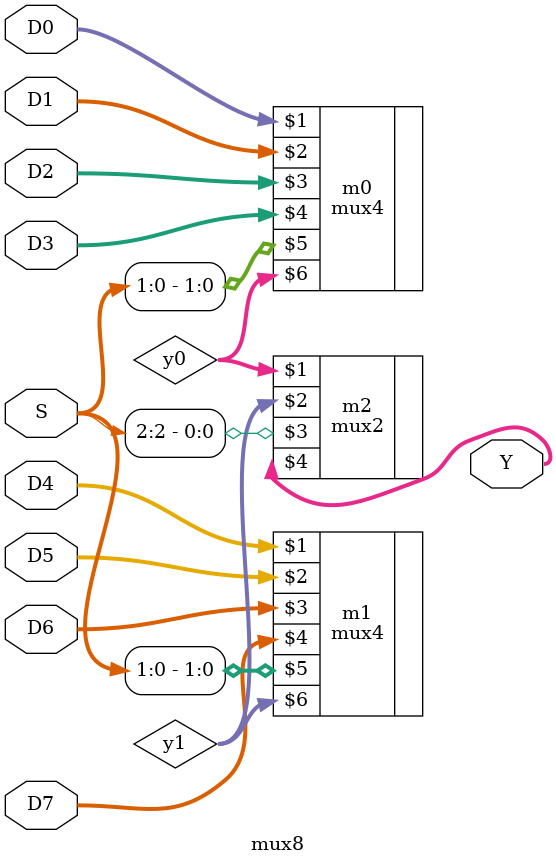
<source format=v>
module mux8(
  input [7:0]  D0, D1, D2, D3, D4, D5, D6, D7,
  input [2:0]  S,
  output [7:0] Y
);

  wire [7:0]   y0, y1;

  mux4 m0(D0, D1, D2, D3, S[1:0], y0);
  mux4 m1(D4, D5, D6, D7, S[1:0], y1);
  mux2 m2(y0, y1, S[2], Y);

endmodule

</source>
